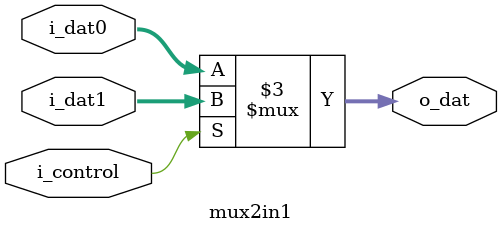
<source format=v>
module mux2in1(
    i_dat0,
    i_dat1,
    i_control,
    o_dat
    );

    parameter WIDTH = 32;

    input   [WIDTH-1:0]   i_dat0, i_dat1;
    input                 i_control;
    output  reg [WIDTH-1:0]   o_dat;

    always @(i_control, i_dat0, i_dat1) begin
        if(i_control) begin
            o_dat = i_dat1;
        end else begin
            o_dat = i_dat0;
        end
    end


endmodule

</source>
